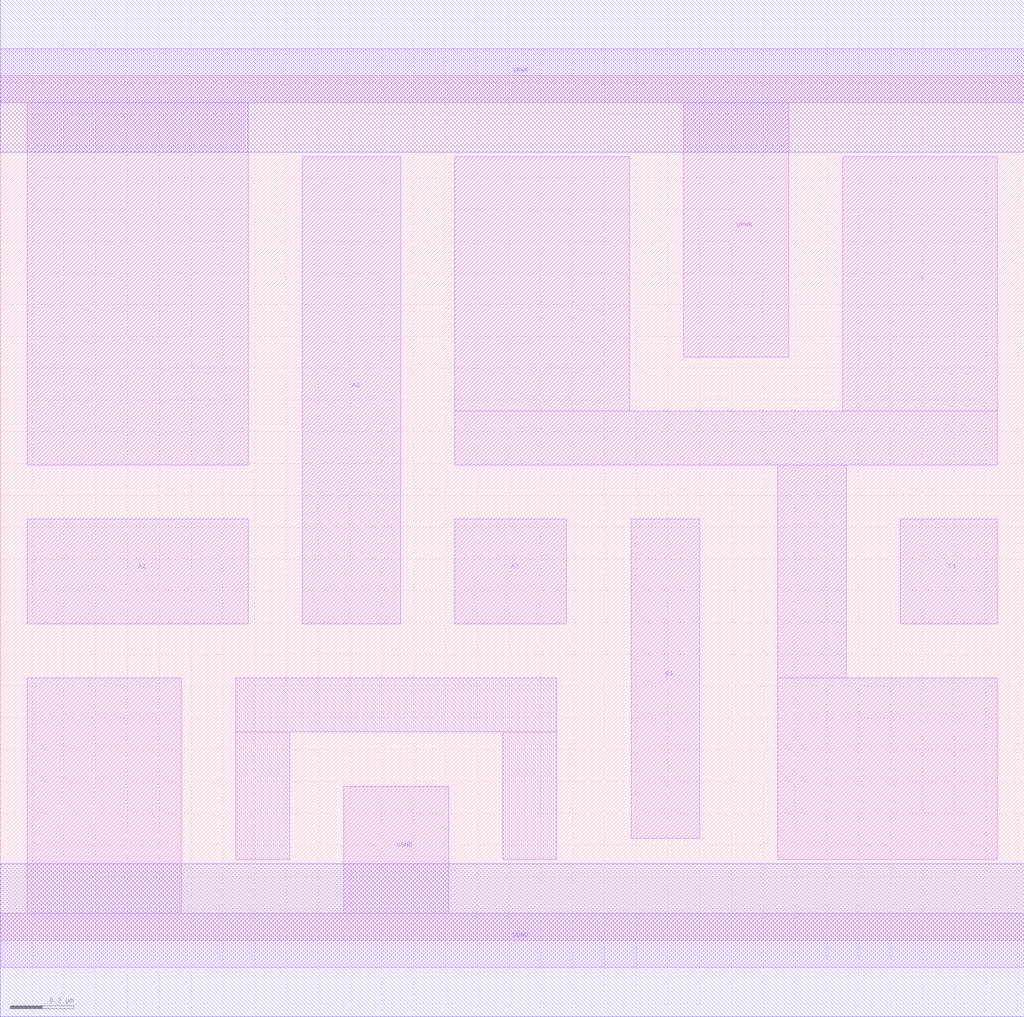
<source format=lef>
# Copyright 2020 The SkyWater PDK Authors
#
# Licensed under the Apache License, Version 2.0 (the "License");
# you may not use this file except in compliance with the License.
# You may obtain a copy of the License at
#
#     https://www.apache.org/licenses/LICENSE-2.0
#
# Unless required by applicable law or agreed to in writing, software
# distributed under the License is distributed on an "AS IS" BASIS,
# WITHOUT WARRANTIES OR CONDITIONS OF ANY KIND, either express or implied.
# See the License for the specific language governing permissions and
# limitations under the License.
#
# SPDX-License-Identifier: Apache-2.0

VERSION 5.5 ;
NAMESCASESENSITIVE ON ;
BUSBITCHARS "[]" ;
DIVIDERCHAR "/" ;
MACRO sky130_fd_sc_hd__o311ai_1
  CLASS CORE ;
  SOURCE USER ;
  ORIGIN  0.000000  0.000000 ;
  SIZE  3.220000 BY  2.720000 ;
  SYMMETRY X Y R90 ;
  SITE unithd ;
  PIN A1
    ANTENNAGATEAREA  0.247500 ;
    DIRECTION INPUT ;
    USE SIGNAL ;
    PORT
      LAYER li1 ;
        RECT 0.085000 0.995000 0.780000 1.325000 ;
    END
  END A1
  PIN A2
    ANTENNAGATEAREA  0.247500 ;
    DIRECTION INPUT ;
    USE SIGNAL ;
    PORT
      LAYER li1 ;
        RECT 0.950000 0.995000 1.260000 2.465000 ;
    END
  END A2
  PIN A3
    ANTENNAGATEAREA  0.247500 ;
    DIRECTION INPUT ;
    USE SIGNAL ;
    PORT
      LAYER li1 ;
        RECT 1.430000 0.995000 1.780000 1.325000 ;
    END
  END A3
  PIN B1
    ANTENNAGATEAREA  0.247500 ;
    DIRECTION INPUT ;
    USE SIGNAL ;
    PORT
      LAYER li1 ;
        RECT 1.985000 0.320000 2.200000 1.325000 ;
    END
  END B1
  PIN C1
    ANTENNAGATEAREA  0.247500 ;
    DIRECTION INPUT ;
    USE SIGNAL ;
    PORT
      LAYER li1 ;
        RECT 2.830000 0.995000 3.135000 1.325000 ;
    END
  END C1
  PIN Y
    ANTENNADIFFAREA  0.942000 ;
    DIRECTION OUTPUT ;
    USE SIGNAL ;
    PORT
      LAYER li1 ;
        RECT 1.430000 1.495000 3.135000 1.665000 ;
        RECT 1.430000 1.665000 1.980000 2.465000 ;
        RECT 2.445000 0.255000 3.135000 0.825000 ;
        RECT 2.445000 0.825000 2.660000 1.495000 ;
        RECT 2.650000 1.665000 3.135000 2.465000 ;
    END
  END Y
  PIN VGND
    DIRECTION INOUT ;
    SHAPE ABUTMENT ;
    USE GROUND ;
    PORT
      LAYER li1 ;
        RECT 0.000000 -0.085000 3.220000 0.085000 ;
        RECT 0.085000  0.085000 0.570000 0.825000 ;
        RECT 1.080000  0.085000 1.410000 0.485000 ;
    END
    PORT
      LAYER met1 ;
        RECT 0.000000 -0.240000 3.220000 0.240000 ;
    END
  END VGND
  PIN VPWR
    DIRECTION INOUT ;
    SHAPE ABUTMENT ;
    USE POWER ;
    PORT
      LAYER li1 ;
        RECT 0.000000 2.635000 3.220000 2.805000 ;
        RECT 0.085000 1.495000 0.780000 2.635000 ;
        RECT 2.150000 1.835000 2.480000 2.635000 ;
    END
    PORT
      LAYER met1 ;
        RECT 0.000000 2.480000 3.220000 2.960000 ;
    END
  END VPWR
  OBS
    LAYER li1 ;
      RECT 0.740000 0.255000 0.910000 0.655000 ;
      RECT 0.740000 0.655000 1.750000 0.825000 ;
      RECT 1.580000 0.255000 1.750000 0.655000 ;
  END
END sky130_fd_sc_hd__o311ai_1

</source>
